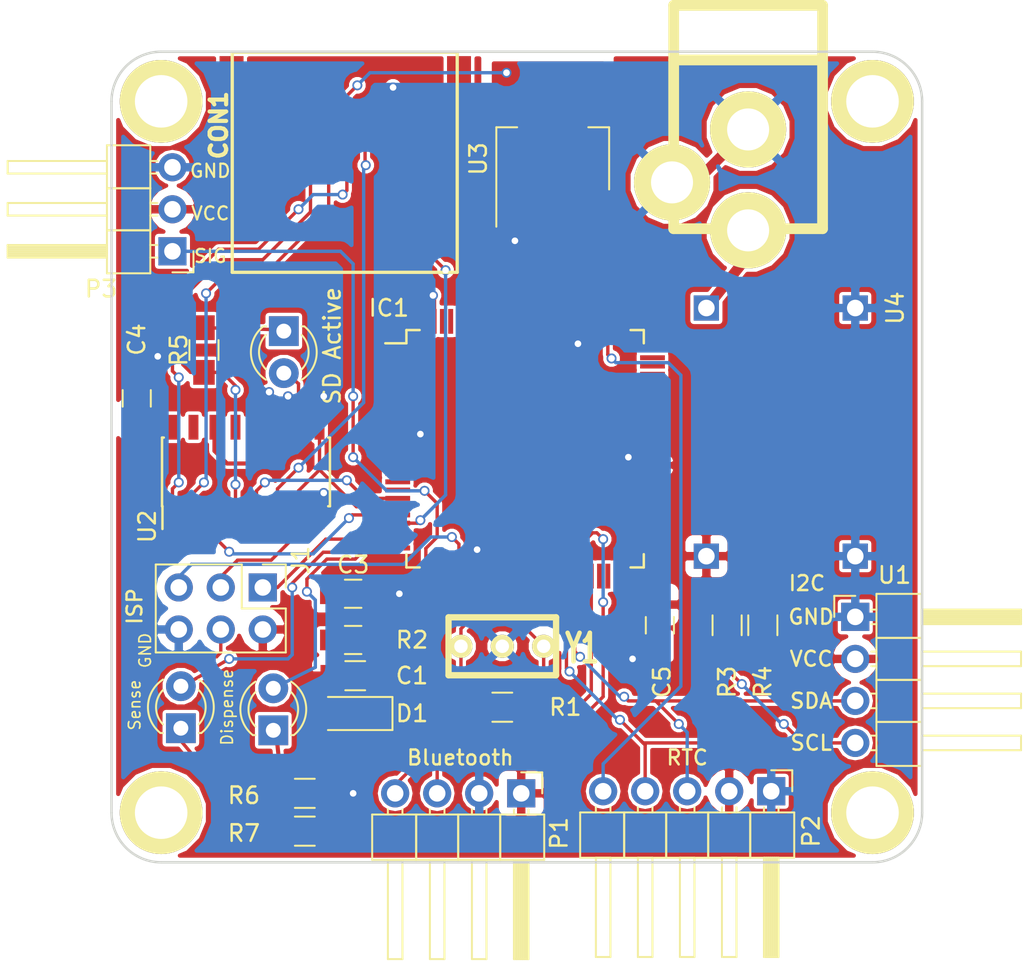
<source format=kicad_pcb>
(kicad_pcb (version 4) (host pcbnew 4.0.5)
  (layers (0 F.Cu signal) (31 B.Cu signal) (36 B.SilkS user) (37 F.SilkS user) (38 B.Mask user) (39 F.Mask user) (44 Edge.Cuts user))
  (net 0 "")
  (net 1 "Net-(IC1-Pad1)")
  (net 2 "Net-(IC1-Pad2)")
  (net 3 "Net-(IC1-Pad3)")
  (net 4 "Net-(IC1-Pad4)")
  (net 5 "Net-(IC1-Pad5)")
  (net 6 "Net-(IC1-Pad6)")
  (net 7 "Net-(IC1-Pad7)")
  (net 8 "Net-(IC1-Pad8)")
  (net 9 "Net-(IC1-Pad9)")
  (net 10 "Net-(IC1-Pad12)")
  (net 11 "Net-(IC1-Pad13)")
  (net 12 "Net-(IC1-Pad14)")
  (net 13 "Net-(IC1-Pad15)")
  (net 14 "Net-(IC1-Pad16)")
  (net 15 "Net-(IC1-Pad17)")
  (net 16 "Net-(IC1-Pad18)")
  (net 17 "Net-(IC1-Pad23)")
  (net 18 "Net-(IC1-Pad26)")
  (net 19 "Net-(IC1-Pad27)")
  (net 20 "Net-(IC1-Pad28)")
  (net 21 "Net-(IC1-Pad29)")
  (net 22 "Net-(IC1-Pad33)")
  (net 23 "Net-(IC1-Pad34)")
  (net 24 "Net-(IC1-Pad35)")
  (net 25 "Net-(IC1-Pad36)")
  (net 26 "Net-(IC1-Pad37)")
  (net 27 "Net-(IC1-Pad38)")
  (net 28 "Net-(IC1-Pad39)")
  (net 29 "Net-(IC1-Pad40)")
  (net 30 "Net-(IC1-Pad41)")
  (net 31 "Net-(IC1-Pad42)")
  (net 32 "Net-(IC1-Pad45)")
  (net 33 "Net-(IC1-Pad46)")
  (net 34 "Net-(IC1-Pad47)")
  (net 35 "Net-(IC1-Pad48)")
  (net 36 "Net-(IC1-Pad49)")
  (net 37 "Net-(IC1-Pad50)")
  (net 38 "Net-(IC1-Pad51)")
  (net 39 "Net-(IC1-Pad52)")
  (net 40 "Net-(IC1-Pad53)")
  (net 41 "Net-(IC1-Pad54)")
  (net 42 "Net-(IC1-Pad55)")
  (net 43 "Net-(IC1-Pad56)")
  (net 44 "Net-(IC1-Pad57)")
  (net 45 "Net-(IC1-Pad58)")
  (net 46 "Net-(IC1-Pad59)")
  (net 47 "Net-(IC1-Pad60)")
  (net 48 "Net-(IC1-Pad63)")
  (net 49 "Net-(IC1-Pad64)")
  (net 50 "Net-(IC1-Pad65)")
  (net 51 "Net-(IC1-Pad66)")
  (net 52 "Net-(IC1-Pad67)")
  (net 53 "Net-(IC1-Pad68)")
  (net 54 "Net-(IC1-Pad69)")
  (net 55 "Net-(IC1-Pad70)")
  (net 56 "Net-(IC1-Pad71)")
  (net 57 "Net-(IC1-Pad72)")
  (net 58 "Net-(IC1-Pad73)")
  (net 59 "Net-(IC1-Pad74)")
  (net 60 "Net-(IC1-Pad75)")
  (net 61 "Net-(IC1-Pad76)")
  (net 62 "Net-(IC1-Pad77)")
  (net 63 "Net-(IC1-Pad78)")
  (net 64 "Net-(IC1-Pad79)")
  (net 65 "Net-(IC1-Pad82)")
  (net 66 "Net-(IC1-Pad83)")
  (net 67 "Net-(IC1-Pad84)")
  (net 68 "Net-(IC1-Pad85)")
  (net 69 "Net-(IC1-Pad86)")
  (net 70 "Net-(IC1-Pad87)")
  (net 71 "Net-(IC1-Pad88)")
  (net 72 "Net-(IC1-Pad89)")
  (net 73 "Net-(IC1-Pad90)")
  (net 74 "Net-(IC1-Pad91)")
  (net 75 "Net-(IC1-Pad92)")
  (net 76 "Net-(IC1-Pad93)")
  (net 77 "Net-(IC1-Pad94)")
  (net 78 "Net-(IC1-Pad95)")
  (net 79 "Net-(IC1-Pad96)")
  (net 80 "Net-(IC1-Pad97)")
  (net 81 GND)
  (net 82 VCC)
  (net 83 /SCL)
  (net 84 /SDA)
  (net 85 "Net-(CON1-Pad1)")
  (net 86 "Net-(CON1-Pad2)")
  (net 87 "Net-(CON1-Pad3)")
  (net 88 "Net-(CON1-Pad4)")
  (net 89 "Net-(CON1-Pad5)")
  (net 90 "Net-(CON1-Pad8)")
  (net 91 /MISO)
  (net 92 /RESET)
  (net 93 "Net-(D2-Pad1)")
  (net 94 "Net-(D2-Pad2)")
  (net 95 /CS)
  (net 96 /SCK)
  (net 97 /MOSI)
  (net 98 "Net-(U2-Pad12)")
  (net 99 "Net-(C2-Pad1)")
  (net 100 "Net-(J2-Pad1)")
  (net 101 "Net-(U2-Pad15)")
  (net 102 "Net-(D3-Pad1)")
  (net 103 "Net-(D3-Pad2)")
  (net 104 "Net-(D4-Pad1)")
  (net 105 "Net-(D4-Pad2)")
  (module Housings_SOIC:SOIC-16_3.9x9.9mm_Pitch1.27mm (layer F.Cu) (at 8.128 25.4 90)
    (fp_text reference U2 (at -3.302 -5.969 90) (layer F.SilkS))
    (fp_text value 4050 hide)
    (pad 1 smd rect (at -2.7 -4.445 90) (size 1.5 0.6) (layers F.Cu F.Mask) (net 88 "Net-(CON1-Pad4)"))
    (pad 2 smd rect (at -2.7 -3.175 90) (size 1.5 0.6) (layers F.Cu F.Mask) (net 87 "Net-(CON1-Pad3)"))
    (pad 3 smd rect (at -2.7 -1.905 90) (size 1.5 0.6) (layers F.Cu F.Mask) (net 97 /MOSI))
    (pad 4 smd rect (at -2.7 -0.635 90) (size 1.5 0.6) (layers F.Cu F.Mask) (net 86 "Net-(CON1-Pad2)"))
    (pad 5 smd rect (at -2.7 0.635 90) (size 1.5 0.6) (layers F.Cu F.Mask) (net 95 /CS))
    (pad 6 smd rect (at -2.7 1.905 90) (size 1.5 0.6) (layers F.Cu F.Mask) (net 89 "Net-(CON1-Pad5)"))
    (pad 7 smd rect (at -2.7 3.175 90) (size 1.5 0.6) (layers F.Cu F.Mask) (net 96 /SCK))
    (pad 8 smd rect (at -2.7 4.445 90) (size 1.5 0.6) (layers F.Cu F.Mask) (net 81 GND))
    (pad 9 smd rect (at 2.7 4.445 90) (size 1.5 0.6) (layers F.Cu F.Mask) (net 96 /SCK))
    (pad 10 smd rect (at 2.7 3.175 90) (size 1.5 0.6) (layers F.Cu F.Mask) (net 94 "Net-(D2-Pad2)"))
    (pad 11 smd rect (at 2.7 1.905 90) (size 1.5 0.6) (layers F.Cu F.Mask) (net 81 GND))
    (pad 12 smd rect (at 2.7 0.635 90) (size 1.5 0.6) (layers F.Cu F.Mask) (net 98 "Net-(U2-Pad12)"))
    (pad 13 smd rect (at 2.7 -0.635 90) (size 1.5 0.6) (layers F.Cu F.Mask))
    (pad 14 smd rect (at 2.7 -1.905 90) (size 1.5 0.6) (layers F.Cu F.Mask) (net 81 GND))
    (pad 15 smd rect (at 2.7 -3.175 90) (size 1.5 0.6) (layers F.Cu F.Mask) (net 101 "Net-(U2-Pad15)"))
    (pad 16 smd rect (at 2.7 -4.445 90) (size 1.5 0.6) (layers F.Cu F.Mask))
  )
  (module DougsNewMods:MICRO_SD_HINGE_AMP_FIXED (layer F.Cu) (at 14.097 13.335 180)
    (fp_text reference CON1 (at 7.62 8.89 270) (layer F.SilkS) (effects (font (thickness 0.25))))
    (fp_text value Micro_SD_Card hide)
    (pad 1 smd rect (at 3.16992 9.46912 180) (size 0.8 1.5) (layers F.Cu F.Mask) (net 85 "Net-(CON1-Pad1)"))
    (pad 2 smd rect (at 2.0701 9.46912 180) (size 0.8 1.5) (layers F.Cu F.Mask) (net 86 "Net-(CON1-Pad2)"))
    (pad 3 smd rect (at 0.97028 9.46912 180) (size 0.8 1.5) (layers F.Cu F.Mask) (net 87 "Net-(CON1-Pad3)"))
    (pad 4 smd rect (at -0.12954 9.46912 180) (size 0.8 1.5) (layers F.Cu F.Mask) (net 88 "Net-(CON1-Pad4)"))
    (pad 5 smd rect (at -1.22936 9.46912 180) (size 0.8 1.5) (layers F.Cu F.Mask) (net 89 "Net-(CON1-Pad5)"))
    (pad 6 smd rect (at -2.32918 9.46912 180) (size 0.8 1.5) (layers F.Cu F.Mask) (net 81 GND))
    (pad 7 smd rect (at -3.429 9.46912 180) (size 0.8 1.5) (layers F.Cu F.Mask) (net 91 /MISO))
    (pad 8 smd rect (at -4.52882 9.46912 180) (size 0.8 1.5) (layers F.Cu F.Mask) (net 90 "Net-(CON1-Pad8)"))
    (pad SHLD smd rect (at 6.84178 12.06912 180) (size 1.45 2) (layers F.Cu F.Mask))
    (pad SHLD smd rect (at -6.90822 12.06912 180) (size 1.45 2) (layers F.Cu F.Mask))
    (pad SHLD smd rect (at 6.84178 3.76912 180) (size 1.45 2) (layers F.Cu F.Mask))
    (pad SHLD smd rect (at -6.90822 3.76912 180) (size 1.45 2) (layers F.Cu F.Mask))
  )
  (module LandBoards_SMD_Packages:TQFP-100_14x14mm_Pitch0.5mm (layer F.Cu) (at 25 24)
    (fp_text reference IC1 (at -8.236 -8.506) (layer F.SilkS))
    (fp_text value ATMEGA2560-A hide)
    (pad 1 smd rect (at -7.7 -6) (size 1.5 0.3) (layers F.Cu F.Mask) (net 1 "Net-(IC1-Pad1)"))
    (pad 2 smd rect (at -7.7 -5.5) (size 1.5 0.3) (layers F.Cu F.Mask) (net 2 "Net-(IC1-Pad2)"))
    (pad 3 smd rect (at -7.7 -5) (size 1.5 0.3) (layers F.Cu F.Mask) (net 3 "Net-(IC1-Pad3)"))
    (pad 4 smd rect (at -7.7 -4.5) (size 1.5 0.3) (layers F.Cu F.Mask) (net 4 "Net-(IC1-Pad4)"))
    (pad 5 smd rect (at -7.7 -4) (size 1.5 0.3) (layers F.Cu F.Mask) (net 5 "Net-(IC1-Pad5)"))
    (pad 6 smd rect (at -7.7 -3.5) (size 1.5 0.3) (layers F.Cu F.Mask) (net 6 "Net-(IC1-Pad6)"))
    (pad 7 smd rect (at -7.7 -3) (size 1.5 0.3) (layers F.Cu F.Mask) (net 7 "Net-(IC1-Pad7)"))
    (pad 8 smd rect (at -7.7 -2.5) (size 1.5 0.3) (layers F.Cu F.Mask) (net 8 "Net-(IC1-Pad8)"))
    (pad 9 smd rect (at -7.7 -2) (size 1.5 0.3) (layers F.Cu F.Mask) (net 9 "Net-(IC1-Pad9)"))
    (pad 10 smd rect (at -7.7 -1.5) (size 1.5 0.3) (layers F.Cu F.Mask) (net 82 VCC))
    (pad 11 smd rect (at -7.7 -1) (size 1.5 0.3) (layers F.Cu F.Mask) (net 81 GND))
    (pad 12 smd rect (at -7.7 -0.5) (size 1.5 0.3) (layers F.Cu F.Mask) (net 10 "Net-(IC1-Pad12)"))
    (pad 13 smd rect (at -7.7 0) (size 1.5 0.3) (layers F.Cu F.Mask) (net 11 "Net-(IC1-Pad13)"))
    (pad 14 smd rect (at -7.7 0.5) (size 1.5 0.3) (layers F.Cu F.Mask) (net 12 "Net-(IC1-Pad14)"))
    (pad 15 smd rect (at -7.7 1) (size 1.5 0.3) (layers F.Cu F.Mask) (net 13 "Net-(IC1-Pad15)"))
    (pad 16 smd rect (at -7.7 1.5) (size 1.5 0.3) (layers F.Cu F.Mask) (net 14 "Net-(IC1-Pad16)"))
    (pad 17 smd rect (at -7.7 2) (size 1.5 0.3) (layers F.Cu F.Mask) (net 15 "Net-(IC1-Pad17)"))
    (pad 18 smd rect (at -7.7 2.5) (size 1.5 0.3) (layers F.Cu F.Mask) (net 16 "Net-(IC1-Pad18)"))
    (pad 19 smd rect (at -7.7 3) (size 1.5 0.3) (layers F.Cu F.Mask) (net 95 /CS))
    (pad 20 smd rect (at -7.7 3.5) (size 1.5 0.3) (layers F.Cu F.Mask) (net 96 /SCK))
    (pad 21 smd rect (at -7.7 4) (size 1.5 0.3) (layers F.Cu F.Mask) (net 97 /MOSI))
    (pad 22 smd rect (at -7.7 4.5) (size 1.5 0.3) (layers F.Cu F.Mask) (net 91 /MISO))
    (pad 23 smd rect (at -7.7 5) (size 1.5 0.3) (layers F.Cu F.Mask) (net 17 "Net-(IC1-Pad23)"))
    (pad 24 smd rect (at -7.7 5.5) (size 1.5 0.3) (layers F.Cu F.Mask) (net 103 "Net-(D3-Pad2)"))
    (pad 25 smd rect (at -7.7 6) (size 1.5 0.3) (layers F.Cu F.Mask) (net 105 "Net-(D4-Pad2)"))
    (pad 26 smd rect (at -6 7.7 90) (size 1.5 0.3) (layers F.Cu F.Mask) (net 18 "Net-(IC1-Pad26)"))
    (pad 27 smd rect (at -5.5 7.7 90) (size 1.5 0.3) (layers F.Cu F.Mask) (net 19 "Net-(IC1-Pad27)"))
    (pad 28 smd rect (at -5 7.7 90) (size 1.5 0.3) (layers F.Cu F.Mask) (net 20 "Net-(IC1-Pad28)"))
    (pad 29 smd rect (at -4.5 7.7 90) (size 1.5 0.3) (layers F.Cu F.Mask) (net 21 "Net-(IC1-Pad29)"))
    (pad 30 smd rect (at -4 7.7 90) (size 1.5 0.3) (layers F.Cu F.Mask) (net 92 /RESET))
    (pad 31 smd rect (at -3.5 7.7 90) (size 1.5 0.3) (layers F.Cu F.Mask) (net 82 VCC))
    (pad 32 smd rect (at -3 7.7 90) (size 1.5 0.3) (layers F.Cu F.Mask) (net 81 GND))
    (pad 33 smd rect (at -2.5 7.7 90) (size 1.5 0.3) (layers F.Cu F.Mask) (net 22 "Net-(IC1-Pad33)"))
    (pad 34 smd rect (at -2 7.7 90) (size 1.5 0.3) (layers F.Cu F.Mask) (net 23 "Net-(IC1-Pad34)"))
    (pad 35 smd rect (at -1.5 7.7 90) (size 1.5 0.3) (layers F.Cu F.Mask) (net 24 "Net-(IC1-Pad35)"))
    (pad 36 smd rect (at -1 7.7 90) (size 1.5 0.3) (layers F.Cu F.Mask) (net 25 "Net-(IC1-Pad36)"))
    (pad 37 smd rect (at -0.5 7.7 90) (size 1.5 0.3) (layers F.Cu F.Mask) (net 26 "Net-(IC1-Pad37)"))
    (pad 38 smd rect (at 0 7.7 90) (size 1.5 0.3) (layers F.Cu F.Mask) (net 27 "Net-(IC1-Pad38)"))
    (pad 39 smd rect (at 0.5 7.7 90) (size 1.5 0.3) (layers F.Cu F.Mask) (net 28 "Net-(IC1-Pad39)"))
    (pad 40 smd rect (at 1 7.7 90) (size 1.5 0.3) (layers F.Cu F.Mask) (net 29 "Net-(IC1-Pad40)"))
    (pad 41 smd rect (at 1.5 7.7 90) (size 1.5 0.3) (layers F.Cu F.Mask) (net 30 "Net-(IC1-Pad41)"))
    (pad 42 smd rect (at 2 7.7 90) (size 1.5 0.3) (layers F.Cu F.Mask) (net 31 "Net-(IC1-Pad42)"))
    (pad 43 smd rect (at 2.5 7.7 90) (size 1.5 0.3) (layers F.Cu F.Mask) (net 83 /SCL))
    (pad 44 smd rect (at 3 7.7 90) (size 1.5 0.3) (layers F.Cu F.Mask) (net 84 /SDA))
    (pad 45 smd rect (at 3.5 7.7 90) (size 1.5 0.3) (layers F.Cu F.Mask) (net 32 "Net-(IC1-Pad45)"))
    (pad 46 smd rect (at 4 7.7 90) (size 1.5 0.3) (layers F.Cu F.Mask) (net 33 "Net-(IC1-Pad46)"))
    (pad 47 smd rect (at 4.5 7.7 90) (size 1.5 0.3) (layers F.Cu F.Mask) (net 34 "Net-(IC1-Pad47)"))
    (pad 48 smd rect (at 5 7.7 90) (size 1.5 0.3) (layers F.Cu F.Mask) (net 35 "Net-(IC1-Pad48)"))
    (pad 49 smd rect (at 5.5 7.7 90) (size 1.5 0.3) (layers F.Cu F.Mask) (net 36 "Net-(IC1-Pad49)"))
    (pad 50 smd rect (at 6 7.7 90) (size 1.5 0.3) (layers F.Cu F.Mask) (net 37 "Net-(IC1-Pad50)"))
    (pad 51 smd rect (at 7.7 6) (size 1.5 0.3) (layers F.Cu F.Mask) (net 38 "Net-(IC1-Pad51)"))
    (pad 52 smd rect (at 7.7 5.5) (size 1.5 0.3) (layers F.Cu F.Mask) (net 39 "Net-(IC1-Pad52)"))
    (pad 53 smd rect (at 7.7 5) (size 1.5 0.3) (layers F.Cu F.Mask) (net 40 "Net-(IC1-Pad53)"))
    (pad 54 smd rect (at 7.7 4.5) (size 1.5 0.3) (layers F.Cu F.Mask) (net 41 "Net-(IC1-Pad54)"))
    (pad 55 smd rect (at 7.7 4) (size 1.5 0.3) (layers F.Cu F.Mask) (net 42 "Net-(IC1-Pad55)"))
    (pad 56 smd rect (at 7.7 3.5) (size 1.5 0.3) (layers F.Cu F.Mask) (net 43 "Net-(IC1-Pad56)"))
    (pad 57 smd rect (at 7.7 3) (size 1.5 0.3) (layers F.Cu F.Mask) (net 44 "Net-(IC1-Pad57)"))
    (pad 58 smd rect (at 7.7 2.5) (size 1.5 0.3) (layers F.Cu F.Mask) (net 45 "Net-(IC1-Pad58)"))
    (pad 59 smd rect (at 7.7 2) (size 1.5 0.3) (layers F.Cu F.Mask) (net 46 "Net-(IC1-Pad59)"))
    (pad 60 smd rect (at 7.7 1.5) (size 1.5 0.3) (layers F.Cu F.Mask) (net 47 "Net-(IC1-Pad60)"))
    (pad 61 smd rect (at 7.7 1) (size 1.5 0.3) (layers F.Cu F.Mask) (net 82 VCC))
    (pad 62 smd rect (at 7.7 0.5) (size 1.5 0.3) (layers F.Cu F.Mask) (net 81 GND))
    (pad 63 smd rect (at 7.7 0) (size 1.5 0.3) (layers F.Cu F.Mask) (net 48 "Net-(IC1-Pad63)"))
    (pad 64 smd rect (at 7.7 -0.5) (size 1.5 0.3) (layers F.Cu F.Mask) (net 49 "Net-(IC1-Pad64)"))
    (pad 65 smd rect (at 7.7 -1) (size 1.5 0.3) (layers F.Cu F.Mask) (net 50 "Net-(IC1-Pad65)"))
    (pad 66 smd rect (at 7.7 -1.5) (size 1.5 0.3) (layers F.Cu F.Mask) (net 51 "Net-(IC1-Pad66)"))
    (pad 67 smd rect (at 7.7 -2) (size 1.5 0.3) (layers F.Cu F.Mask) (net 52 "Net-(IC1-Pad67)"))
    (pad 68 smd rect (at 7.7 -2.5) (size 1.5 0.3) (layers F.Cu F.Mask) (net 53 "Net-(IC1-Pad68)"))
    (pad 69 smd rect (at 7.7 -3) (size 1.5 0.3) (layers F.Cu F.Mask) (net 54 "Net-(IC1-Pad69)"))
    (pad 70 smd rect (at 7.7 -3.5) (size 1.5 0.3) (layers F.Cu F.Mask) (net 55 "Net-(IC1-Pad70)"))
    (pad 71 smd rect (at 7.7 -4) (size 1.5 0.3) (layers F.Cu F.Mask) (net 56 "Net-(IC1-Pad71)"))
    (pad 72 smd rect (at 7.7 -4.5) (size 1.5 0.3) (layers F.Cu F.Mask) (net 57 "Net-(IC1-Pad72)"))
    (pad 73 smd rect (at 7.7 -5) (size 1.5 0.3) (layers F.Cu F.Mask) (net 58 "Net-(IC1-Pad73)"))
    (pad 74 smd rect (at 7.7 -5.5) (size 1.5 0.3) (layers F.Cu F.Mask) (net 59 "Net-(IC1-Pad74)"))
    (pad 75 smd rect (at 7.7 -6) (size 1.5 0.3) (layers F.Cu F.Mask) (net 60 "Net-(IC1-Pad75)"))
    (pad 76 smd rect (at 6 -7.7 90) (size 1.5 0.3) (layers F.Cu F.Mask) (net 61 "Net-(IC1-Pad76)"))
    (pad 77 smd rect (at 5.5 -7.7 90) (size 1.5 0.3) (layers F.Cu F.Mask) (net 62 "Net-(IC1-Pad77)"))
    (pad 78 smd rect (at 5 -7.7 90) (size 1.5 0.3) (layers F.Cu F.Mask) (net 63 "Net-(IC1-Pad78)"))
    (pad 79 smd rect (at 4.5 -7.7 90) (size 1.5 0.3) (layers F.Cu F.Mask) (net 64 "Net-(IC1-Pad79)"))
    (pad 80 smd rect (at 4 -7.7 90) (size 1.5 0.3) (layers F.Cu F.Mask) (net 82 VCC))
    (pad 81 smd rect (at 3.5 -7.7 90) (size 1.5 0.3) (layers F.Cu F.Mask) (net 81 GND))
    (pad 82 smd rect (at 3 -7.7 90) (size 1.5 0.3) (layers F.Cu F.Mask) (net 65 "Net-(IC1-Pad82)"))
    (pad 83 smd rect (at 2.5 -7.7 90) (size 1.5 0.3) (layers F.Cu F.Mask) (net 66 "Net-(IC1-Pad83)"))
    (pad 84 smd rect (at 2 -7.7 90) (size 1.5 0.3) (layers F.Cu F.Mask) (net 67 "Net-(IC1-Pad84)"))
    (pad 85 smd rect (at 1.5 -7.7 90) (size 1.5 0.3) (layers F.Cu F.Mask) (net 68 "Net-(IC1-Pad85)"))
    (pad 86 smd rect (at 1 -7.7 90) (size 1.5 0.3) (layers F.Cu F.Mask) (net 69 "Net-(IC1-Pad86)"))
    (pad 87 smd rect (at 0.5 -7.7 90) (size 1.5 0.3) (layers F.Cu F.Mask) (net 70 "Net-(IC1-Pad87)"))
    (pad 88 smd rect (at 0 -7.7 90) (size 1.5 0.3) (layers F.Cu F.Mask) (net 71 "Net-(IC1-Pad88)"))
    (pad 89 smd rect (at -0.5 -7.7 90) (size 1.5 0.3) (layers F.Cu F.Mask) (net 72 "Net-(IC1-Pad89)"))
    (pad 90 smd rect (at -1 -7.7 90) (size 1.5 0.3) (layers F.Cu F.Mask) (net 73 "Net-(IC1-Pad90)"))
    (pad 91 smd rect (at -1.5 -7.7 90) (size 1.5 0.3) (layers F.Cu F.Mask) (net 74 "Net-(IC1-Pad91)"))
    (pad 92 smd rect (at -2 -7.7 90) (size 1.5 0.3) (layers F.Cu F.Mask) (net 75 "Net-(IC1-Pad92)"))
    (pad 93 smd rect (at -2.5 -7.7 90) (size 1.5 0.3) (layers F.Cu F.Mask) (net 76 "Net-(IC1-Pad93)"))
    (pad 94 smd rect (at -3 -7.7 90) (size 1.5 0.3) (layers F.Cu F.Mask) (net 77 "Net-(IC1-Pad94)"))
    (pad 95 smd rect (at -3.5 -7.7 90) (size 1.5 0.3) (layers F.Cu F.Mask) (net 78 "Net-(IC1-Pad95)"))
    (pad 96 smd rect (at -4 -7.7 90) (size 1.5 0.3) (layers F.Cu F.Mask) (net 79 "Net-(IC1-Pad96)"))
    (pad 97 smd rect (at -4.5 -7.7 90) (size 1.5 0.3) (layers F.Cu F.Mask) (net 80 "Net-(IC1-Pad97)"))
    (pad 98 smd rect (at -5 -7.7 90) (size 1.5 0.3) (layers F.Cu F.Mask) (net 99 "Net-(C2-Pad1)"))
    (pad 99 smd rect (at -5.5 -7.7 90) (size 1.5 0.3) (layers F.Cu F.Mask) (net 81 GND))
    (pad 100 smd rect (at -6 -7.7 90) (size 1.5 0.3) (layers F.Cu F.Mask) (net 82 VCC))
  )
  (module Resistors_SMD:R_0805_HandSoldering (layer F.Cu) (at 23.622 39.624 180)
    (fp_text reference R1 (at -3.81 0 180) (layer F.SilkS))
    (fp_text value 1M hide)
    (pad 1 smd rect (at -1.35 0 180) (size 1.5 1.3) (layers F.Cu F.Mask) (net 23 "Net-(IC1-Pad34)"))
    (pad 2 smd rect (at 1.35 0 180) (size 1.5 1.3) (layers F.Cu F.Mask) (net 22 "Net-(IC1-Pad33)"))
  )
  (module DougsNewMods:RESON_3PIN (layer F.Cu) (at 23.622 35.941 90)
    (fp_text reference Y1 (at -0.127 4.826 180) (layer F.SilkS) (effects (font (size 1.72974 1.08712) (thickness 0.27178))))
    (fp_text value RESONATOR hide)
    (pad 3 thru_hole circle (at 0 -2.49936 180) (size 1.397 1.397) (drill 0.8128) (layers *.Cu *.Mask F.SilkS) (net 22 "Net-(IC1-Pad33)"))
    (pad 1 thru_hole circle (at 0 2.49936 180) (size 1.397 1.397) (drill 0.8128) (layers *.Cu *.Mask F.SilkS) (net 23 "Net-(IC1-Pad34)"))
    (pad 2 thru_hole circle (at 0 0 180) (size 1.397 1.397) (drill 0.8128) (layers *.Cu *.Mask F.SilkS) (net 81 GND))
  )
  (module LandBoards_MountHoles:MTG-4-40-SMALL (layer F.Cu) (at 46 46)
    (fp_text reference MTG1 hide)
    (fp_text value MTG_HOLE hide)
    (pad 1 thru_hole circle (at 0 0) (size 5 5) (drill 3.175) (layers *.Cu *.Mask F.SilkS))
  )
  (module LandBoards_MountHoles:MTG-4-40-SMALL (layer F.Cu) (at 3 46)
    (fp_text reference MTG2 hide)
    (fp_text value MTG_HOLE hide)
    (pad 1 thru_hole circle (at 0 0) (size 5 5) (drill 3.175) (layers *.Cu *.Mask F.SilkS))
  )
  (module LandBoards_MountHoles:MTG-4-40-SMALL (layer F.Cu) (at 3 3)
    (fp_text reference MTG3 hide)
    (fp_text value MTG_HOLE hide)
    (pad 1 thru_hole circle (at 0 0) (size 5 5) (drill 3.175) (layers *.Cu *.Mask F.SilkS))
  )
  (module LandBoards_MountHoles:MTG-4-40-SMALL (layer F.Cu) (at 46 3)
    (fp_text reference MTG?1 hide)
    (fp_text value MTG_HOLE hide)
    (pad 1 thru_hole circle (at 0 0) (size 5 5) (drill 3.175) (layers *.Cu *.Mask F.SilkS))
  )
  (module Capacitors_SMD:C_0805_HandSoldering (layer F.Cu) (at 14.605 35.56 180)
    (fp_text reference C1 (at -3.556 -2.159 180) (layer F.SilkS))
    (fp_text value C hide)
    (pad 1 smd rect (at -1.25 0 180) (size 1.5 1.25) (layers F.Cu F.Mask) (net 92 /RESET))
    (pad 2 smd rect (at 1.25 0 180) (size 1.5 1.25) (layers F.Cu F.Mask) (net 81 GND))
  )
  (module Diodes_SMD:D_SOD-123 (layer F.Cu) (at 14.732 40.005 180)
    (fp_text reference D1 (at -3.429 0 180) (layer F.SilkS))
    (fp_text value DIODE hide)
    (pad 1 smd rect (at -1.65 0 180) (size 0.9 1.2) (layers F.Cu F.Mask) (net 92 /RESET))
    (pad 2 smd rect (at 1.65 0 180) (size 0.9 1.2) (layers F.Cu F.Mask) (net 82 VCC))
  )
  (module Resistors_SMD:R_0805_HandSoldering (layer F.Cu) (at 14.732 37.719)
    (fp_text reference R2 (at 3.429 -2.159) (layer F.SilkS))
    (fp_text value 10K hide)
    (pad 1 smd rect (at -1.35 0) (size 1.5 1.3) (layers F.Cu F.Mask) (net 82 VCC))
    (pad 2 smd rect (at 1.35 0) (size 1.5 1.3) (layers F.Cu F.Mask) (net 92 /RESET))
  )
  (module Resistors_SMD:R_0805_HandSoldering (layer F.Cu) (at 37.211 34.671 270)
    (fp_text reference R3 (at 3.429 0 270) (layer F.SilkS))
    (fp_text value 10K hide)
    (pad 1 smd rect (at -1.35 0 270) (size 1.5 1.3) (layers F.Cu F.Mask) (net 82 VCC))
    (pad 2 smd rect (at 1.35 0 270) (size 1.5 1.3) (layers F.Cu F.Mask) (net 83 /SCL))
  )
  (module Resistors_SMD:R_0805_HandSoldering (layer F.Cu) (at 39.37 34.671 270)
    (fp_text reference R4 (at 3.429 0 270) (layer F.SilkS))
    (fp_text value 10K hide)
    (pad 1 smd rect (at -1.35 0 270) (size 1.5 1.3) (layers F.Cu F.Mask) (net 82 VCC))
    (pad 2 smd rect (at 1.35 0 270) (size 1.5 1.3) (layers F.Cu F.Mask) (net 84 /SDA))
  )
  (module Pin_Headers:Pin_Header_Angled_1x04_Pitch2.54mm (layer F.Cu) (at 44.958 34.163)
    (fp_text reference U1 (at 2.371 -2.52) (layer F.SilkS))
    (fp_text value I2C-4PIN hide)
    (pad 1 thru_hole rect (at 0 0) (size 1.7 1.7) (drill 1) (layers *.Cu *.Mask) (net 81 GND))
    (pad 2 thru_hole oval (at 0 2.54) (size 1.7 1.7) (drill 1) (layers *.Cu *.Mask) (net 82 VCC))
    (pad 3 thru_hole oval (at 0 5.08) (size 1.7 1.7) (drill 1) (layers *.Cu *.Mask) (net 84 /SDA))
    (pad 4 thru_hole oval (at 0 7.62) (size 1.7 1.7) (drill 1) (layers *.Cu *.Mask) (net 83 /SCL))
  )
  (module LEDs:LED_D3.0mm (layer F.Cu) (at 10.414 16.891 270)
    (fp_text reference D2 hide)
    (fp_text value LED-fixed hide)
    (pad 1 thru_hole rect (at 0 0 270) (size 1.8 1.8) (drill 0.9) (layers *.Cu *.Mask) (net 93 "Net-(D2-Pad1)"))
    (pad 2 thru_hole circle (at 2.54 0 270) (size 1.8 1.8) (drill 0.9) (layers *.Cu *.Mask) (net 94 "Net-(D2-Pad2)"))
  )
  (module Resistors_SMD:R_0805_HandSoldering (layer F.Cu) (at 5.588 18.034 270)
    (fp_text reference R5 (at 0 1.524 270) (layer F.SilkS))
    (fp_text value 1K hide)
    (pad 1 smd rect (at -1.35 0 270) (size 1.5 1.3) (layers F.Cu F.Mask) (net 93 "Net-(D2-Pad1)"))
    (pad 2 smd rect (at 1.35 0 270) (size 1.5 1.3) (layers F.Cu F.Mask) (net 86 "Net-(CON1-Pad2)"))
  )
  (module TO_SOT_Packages_SMD:SOT-223 (layer F.Cu) (at 26.67 6.477 90)
    (fp_text reference U3 (at 0 -4.5 90) (layer F.SilkS))
    (fp_text value AP1117 hide)
    (pad 4 smd rect (at 3.15 0 90) (size 2 3.8) (layers F.Cu F.Mask) (net 88 "Net-(CON1-Pad4)"))
    (pad 2 smd rect (at -3.15 0 90) (size 2 1.5) (layers F.Cu F.Mask) (net 88 "Net-(CON1-Pad4)"))
    (pad 3 smd rect (at -3.15 2.3 90) (size 2 1.5) (layers F.Cu F.Mask) (net 82 VCC))
    (pad 1 smd rect (at -3.15 -2.3 90) (size 2 1.5) (layers F.Cu F.Mask) (net 81 GND))
  )
  (module Pin_Headers:Pin_Header_Straight_2x03_Pitch2.54mm (layer F.Cu) (at 9.144 32.385 270)
    (fp_text reference J1 (at -1.651 -2.286 270) (layer F.SilkS))
    (fp_text value ISP hide)
    (pad 1 thru_hole rect (at 0 0 270) (size 1.7 1.7) (drill 1) (layers *.Cu *.Mask) (net 91 /MISO))
    (pad 2 thru_hole oval (at 2.54 0 270) (size 1.7 1.7) (drill 1) (layers *.Cu *.Mask) (net 82 VCC))
    (pad 3 thru_hole oval (at 0 2.54 270) (size 1.7 1.7) (drill 1) (layers *.Cu *.Mask) (net 96 /SCK))
    (pad 4 thru_hole oval (at 2.54 2.54 270) (size 1.7 1.7) (drill 1) (layers *.Cu *.Mask) (net 97 /MOSI))
    (pad 5 thru_hole oval (at 0 5.08 270) (size 1.7 1.7) (drill 1) (layers *.Cu *.Mask) (net 92 /RESET))
    (pad 6 thru_hole oval (at 2.54 5.08 270) (size 1.7 1.7) (drill 1) (layers *.Cu *.Mask) (net 81 GND))
  )
  (module Capacitors_SMD:C_0805_HandSoldering (layer F.Cu) (at 14.605 32.766)
    (fp_text reference C3 (at 0 -1.75) (layer F.SilkS))
    (fp_text value 100n hide)
    (pad 1 smd rect (at -1.25 0) (size 1.5 1.25) (layers F.Cu F.Mask) (net 82 VCC))
    (pad 2 smd rect (at 1.25 0) (size 1.5 1.25) (layers F.Cu F.Mask) (net 81 GND))
  )
  (module Capacitors_SMD:C_0805_HandSoldering (layer F.Cu) (at 1.524 20.955 90)
    (fp_text reference C4 (at 3.556 0 90) (layer F.SilkS))
    (fp_text value 100n hide)
    (pad 1 smd rect (at -1.25 0 90) (size 1.5 1.25) (layers F.Cu F.Mask) (net 82 VCC))
    (pad 2 smd rect (at 1.25 0 90) (size 1.5 1.25) (layers F.Cu F.Mask) (net 81 GND))
  )
  (module Capacitors_SMD:C_0805_HandSoldering (layer F.Cu) (at 33.147 34.671 270)
    (fp_text reference C5 (at 3.429 -0.127 270) (layer F.SilkS))
    (fp_text value 100n hide)
    (pad 1 smd rect (at -1.25 0 270) (size 1.5 1.25) (layers F.Cu F.Mask) (net 82 VCC))
    (pad 2 smd rect (at 1.25 0 270) (size 1.5 1.25) (layers F.Cu F.Mask) (net 81 GND))
  )
  (module LandBoards_Conns:DCJ-NEW (layer F.Cu) (at 38.481 4.699 270)
    (fp_text reference J2 hide)
    (fp_text value DCJ0202 hide)
    (pad 2 thru_hole circle (at 0 0 270) (size 4.6 4.6) (drill 2.54) (layers *.Cu *.Mask F.SilkS) (net 81 GND))
    (pad 1 thru_hole circle (at 6.1 0 270) (size 4.6 4.6) (drill 2.54) (layers *.Cu *.Mask F.SilkS) (net 100 "Net-(J2-Pad1)"))
    (pad 3 thru_hole circle (at 3.2 4.6 270) (size 4.6 4.6) (drill 2.54) (layers *.Cu *.Mask F.SilkS) (net 81 GND))
  )
  (module Pin_Headers:Pin_Header_Angled_1x04_Pitch2.54mm (layer F.Cu) (at 24.765 44.831 270)
    (fp_text reference P1 (at 2.413 -2.286 270) (layer F.SilkS))
    (fp_text value CONN_01X04 hide)
    (pad 1 thru_hole rect (at 0 0 270) (size 1.7 1.7) (drill 1) (layers *.Cu *.Mask) (net 82 VCC))
    (pad 2 thru_hole oval (at 0 2.54 270) (size 1.7 1.7) (drill 1) (layers *.Cu *.Mask) (net 81 GND))
    (pad 3 thru_hole oval (at 0 5.08 270) (size 1.7 1.7) (drill 1) (layers *.Cu *.Mask) (net 32 "Net-(IC1-Pad45)"))
    (pad 4 thru_hole oval (at 0 7.62 270) (size 1.7 1.7) (drill 1) (layers *.Cu *.Mask) (net 33 "Net-(IC1-Pad46)"))
  )
  (module LEDs:LED_D3.0mm (layer F.Cu) (at 4.191 40.894 90)
    (fp_text reference D3 hide)
    (fp_text value LED-fixed hide)
    (pad 1 thru_hole rect (at 0 0 90) (size 1.8 1.8) (drill 0.9) (layers *.Cu *.Mask) (net 102 "Net-(D3-Pad1)"))
    (pad 2 thru_hole circle (at 2.54 0 90) (size 1.8 1.8) (drill 0.9) (layers *.Cu *.Mask) (net 103 "Net-(D3-Pad2)"))
  )
  (module LEDs:LED_D3.0mm (layer F.Cu) (at 9.779 41.021 90)
    (fp_text reference D4 hide)
    (fp_text value LED-fixed hide)
    (pad 1 thru_hole rect (at 0 0 90) (size 1.8 1.8) (drill 0.9) (layers *.Cu *.Mask) (net 104 "Net-(D4-Pad1)"))
    (pad 2 thru_hole circle (at 2.54 0 90) (size 1.8 1.8) (drill 0.9) (layers *.Cu *.Mask) (net 105 "Net-(D4-Pad2)"))
  )
  (module Resistors_SMD:R_0805_HandSoldering (layer F.Cu) (at 11.684 44.831)
    (fp_text reference R6 (at -3.683 0.127) (layer F.SilkS))
    (fp_text value 330 hide)
    (pad 1 smd rect (at -1.35 0) (size 1.5 1.3) (layers F.Cu F.Mask) (net 104 "Net-(D4-Pad1)"))
    (pad 2 smd rect (at 1.35 0) (size 1.5 1.3) (layers F.Cu F.Mask) (net 81 GND))
  )
  (module Resistors_SMD:R_0805_HandSoldering (layer F.Cu) (at 11.684 47.117)
    (fp_text reference R7 (at -3.683 0.127) (layer F.SilkS))
    (fp_text value 330 hide)
    (pad 1 smd rect (at -1.35 0) (size 1.5 1.3) (layers F.Cu F.Mask) (net 102 "Net-(D3-Pad1)"))
    (pad 2 smd rect (at 1.35 0) (size 1.5 1.3) (layers F.Cu F.Mask) (net 81 GND))
  )
  (module Pin_Headers:Pin_Header_Angled_1x05_Pitch2.54mm (layer F.Cu) (at 39.878 44.704 270)
    (fp_text reference P2 (at 2.413 -2.413 270) (layer F.SilkS))
    (fp_text value CONN_01X05 hide)
    (pad 1 thru_hole rect (at 0 0 270) (size 1.7 1.7) (drill 1) (layers *.Cu *.Mask) (net 81 GND))
    (pad 2 thru_hole oval (at 0 2.54 270) (size 1.7 1.7) (drill 1) (layers *.Cu *.Mask) (net 82 VCC))
    (pad 3 thru_hole oval (at 0 5.08 270) (size 1.7 1.7) (drill 1) (layers *.Cu *.Mask) (net 84 /SDA))
    (pad 4 thru_hole oval (at 0 7.62 270) (size 1.7 1.7) (drill 1) (layers *.Cu *.Mask) (net 83 /SCL))
    (pad 5 thru_hole oval (at 0 10.16 270) (size 1.7 1.7) (drill 1) (layers *.Cu *.Mask) (net 63 "Net-(IC1-Pad78)"))
  )
  (module DougsNewMods:BuckConverter (layer F.Cu) (at 44.958 15.494 270)
    (fp_text reference U4 (at 0 -2.413 270) (layer F.SilkS))
    (fp_text value BuckConverter hide)
    (pad 1 thru_hole rect (at 0 0 270) (size 1.524 1.524) (drill 1) (layers *.Cu *.Mask) (net 81 GND))
    (pad 2 thru_hole rect (at 0 9 270) (size 1.524 1.524) (drill 1) (layers *.Cu *.Mask) (net 100 "Net-(J2-Pad1)"))
    (pad 3 thru_hole rect (at 15 0 270) (size 1.524 1.524) (drill 1) (layers *.Cu *.Mask) (net 81 GND))
    (pad 4 thru_hole rect (at 15 9 270) (size 1.524 1.524) (drill 1) (layers *.Cu *.Mask) (net 82 VCC))
  )
  (module Pin_Headers:Pin_Header_Angled_1x03_Pitch2.54mm (layer F.Cu) (at 3.683 12.065 180)
    (fp_text reference P3 (at 4.315 -2.27 180) (layer F.SilkS))
    (fp_text value CONN_01X03 hide)
    (pad 1 thru_hole rect (at 0 0 180) (size 1.7 1.7) (drill 1) (layers *.Cu *.Mask) (net 18 "Net-(IC1-Pad26)"))
    (pad 2 thru_hole oval (at 0 2.54 180) (size 1.7 1.7) (drill 1) (layers *.Cu *.Mask) (net 82 VCC))
    (pad 3 thru_hole oval (at 0 5.08 180) (size 1.7 1.7) (drill 1) (layers *.Cu *.Mask) (net 81 GND))
  )
  (gr_text Dispense (at 6.985 39.624 90) (layer F.SilkS) (effects (font (size 0.7 0.7) (thickness 0.1))))
  (gr_text Sense (at 1.397 39.497 90) (layer F.SilkS) (effects (font (size 0.7 0.7) (thickness 0.1))))
  (gr_text ISP (at 1.397 33.528 90) (layer F.SilkS) (effects (font (size 0.9 0.9))))
  (gr_text SCL (at 42.291 41.783) (layer F.SilkS) (effects (font (size 0.9 0.9))))
  (gr_text SDA (at 42.291 39.243) (layer F.SilkS) (effects (font (size 0.9 0.9))))
  (gr_text VCC (at 42.291 36.703) (layer F.SilkS) (effects (font (size 0.9 0.9))))
  (gr_text GND (at 42.291 34.163) (layer F.SilkS) (effects (font (size 0.9 0.9))))
  (gr_text GND (at 2.032 36.195 90) (layer F.SilkS) (effects (font (size 0.7 0.7) (thickness 0.1))))
  (gr_text "GND\n\nVCC\n\nSIG" (at 5.969 9.779) (layer F.SilkS) (effects (font (size 0.8 0.8) (thickness 0.13))))
  (gr_text I2C (at 42.037 32.131) (layer F.SilkS) (effects (font (size 0.9 0.9))))
  (gr_text RTC (at 34.798 42.672) (layer F.SilkS) (effects (font (size 0.9 0.9))))
  (gr_text Bluetooth (at 21.082 42.672) (layer F.SilkS) (effects (font (size 0.9 0.9))))
  (gr_text "SD Active" (at 13.335 17.78 90) (layer F.SilkS) (effects (font (size 1 1))))
  (gr_line (start 0 46) (end 0 3) (angle 90) (layer Edge.Cuts) (width 0.15))
  (gr_line (start 46 49) (end 3 49) (angle 90) (layer Edge.Cuts) (width 0.15))
  (gr_line (start 49 3) (end 49 46) (angle 90) (layer Edge.Cuts) (width 0.15))
  (gr_line (start 3 0) (end 46 0) (angle 90) (layer Edge.Cuts) (width 0.15))
  (gr_arc (start 46 46) (end 49 46) (angle 90) (layer Edge.Cuts) (width 0.15))
  (gr_arc (start 3 46) (end 3 49) (angle 90) (layer Edge.Cuts) (width 0.15))
  (gr_arc (start 3 3) (end 0 3) (angle 90) (layer Edge.Cuts) (width 0.15))
  (gr_arc (start 46 3) (end 46 0) (angle 90) (layer Edge.Cuts) (width 0.15))
  (segment (start 3.683 12.065) (end 13.843 12.065) (width 0.2032) (layer B.Cu) (net 18))
  (segment (start 19 30.022) (end 19 31.7) (width 0.2032) (layer F.Cu) (net 18))
  (segment (start 19.685 29.337) (end 19 30.022) (width 0.2032) (layer F.Cu) (net 18))
  (segment (start 19.685 27.305) (end 19.685 29.337) (width 0.2032) (layer F.Cu) (net 18))
  (segment (start 18.923 26.543) (end 19.685 27.305) (width 0.2032) (layer F.Cu) (net 18))
  (via (at 18.923 26.543) (size 0.6) (drill 0.4) (layers F.Cu B.Cu) (net 18))
  (segment (start 16.637 26.543) (end 18.923 26.543) (width 0.2032) (layer B.Cu) (net 18))
  (segment (start 14.605 24.511) (end 16.637 26.543) (width 0.2032) (layer B.Cu) (net 18))
  (via (at 14.605 24.511) (size 0.6) (drill 0.4) (layers F.Cu B.Cu) (net 18))
  (segment (start 14.605 20.828) (end 14.605 24.511) (width 0.2032) (layer F.Cu) (net 18))
  (via (at 14.605 20.828) (size 0.6) (drill 0.4) (layers F.Cu B.Cu) (net 18))
  (segment (start 14.605 12.827) (end 14.605 20.828) (width 0.2032) (layer B.Cu) (net 18))
  (segment (start 13.843 12.065) (end 14.605 12.827) (width 0.2032) (layer B.Cu) (net 18))
  (segment (start 22.272 39.624) (end 22.272 38.528) (width 0.2032) (layer F.Cu) (net 22))
  (segment (start 21.12264 37.37864) (end 21.12264 35.941) (width 0.2032) (layer F.Cu) (net 22))
  (segment (start 22.272 38.528) (end 21.12264 37.37864) (width 0.2032) (layer F.Cu) (net 22))
  (segment (start 21.12264 35.941) (end 21.12264 34.88436) (width 0.2032) (layer F.Cu) (net 22))
  (segment (start 22.5 33.507) (end 22.5 31.7) (width 0.2032) (layer F.Cu) (net 22))
  (segment (start 21.12264 34.88436) (end 22.5 33.507) (width 0.2032) (layer F.Cu) (net 22))
  (segment (start 24.972 39.624) (end 24.972 38.528) (width 0.2032) (layer F.Cu) (net 23))
  (segment (start 26.12136 37.37864) (end 26.12136 35.941) (width 0.2032) (layer F.Cu) (net 23))
  (segment (start 24.972 38.528) (end 26.12136 37.37864) (width 0.2032) (layer F.Cu) (net 23))
  (segment (start 23 31.7) (end 23 32.81964) (width 0.2032) (layer F.Cu) (net 23))
  (segment (start 23 32.81964) (end 26.12136 35.941) (width 0.2032) (layer F.Cu) (net 23))
  (segment (start 19.685 44.831) (end 19.685 42.926) (width 0.2032) (layer F.Cu) (net 32))
  (segment (start 28.5 29.666) (end 28.5 31.7) (width 0.2032) (layer F.Cu) (net 32))
  (segment (start 29.083 29.083) (end 28.5 29.666) (width 0.2032) (layer F.Cu) (net 32))
  (segment (start 29.337 29.083) (end 29.083 29.083) (width 0.2032) (layer F.Cu) (net 32))
  (segment (start 29.718 29.464) (end 29.337 29.083) (width 0.2032) (layer F.Cu) (net 32))
  (via (at 29.718 29.464) (size 0.6) (drill 0.4) (layers F.Cu B.Cu) (net 32))
  (segment (start 29.718 33.274) (end 29.718 29.464) (width 0.2032) (layer B.Cu) (net 32))
  (via (at 29.718 33.274) (size 0.6) (drill 0.4) (layers F.Cu B.Cu) (net 32))
  (segment (start 29.718 38.989) (end 29.718 33.274) (width 0.2032) (layer F.Cu) (net 32))
  (segment (start 26.416 42.291) (end 29.718 38.989) (width 0.2032) (layer F.Cu) (net 32))
  (segment (start 20.32 42.291) (end 26.416 42.291) (width 0.2032) (layer F.Cu) (net 32))
  (segment (start 19.685 42.926) (end 20.32 42.291) (width 0.2032) (layer F.Cu) (net 32))
  (segment (start 17.145 44.831) (end 17.145 44.323) (width 0.2032) (layer F.Cu) (net 33))
  (segment (start 17.145 44.323) (end 19.812 41.656) (width 0.2032) (layer F.Cu) (net 33))
  (segment (start 19.812 41.656) (end 26.162 41.656) (width 0.2032) (layer F.Cu) (net 33))
  (segment (start 26.162 41.656) (end 29 38.818) (width 0.2032) (layer F.Cu) (net 33))
  (segment (start 29 38.818) (end 29 31.7) (width 0.2032) (layer F.Cu) (net 33))
  (segment (start 29.718 44.704) (end 29.718 43.053) (width 0.2032) (layer B.Cu) (net 63))
  (segment (start 30 18.316) (end 30 16.3) (width 0.2032) (layer F.Cu) (net 63))
  (segment (start 30.226 18.542) (end 30 18.316) (width 0.2032) (layer F.Cu) (net 63))
  (via (at 30.226 18.542) (size 0.6) (drill 0.4) (layers F.Cu B.Cu) (net 63))
  (segment (start 30.48 18.796) (end 30.226 18.542) (width 0.2032) (layer B.Cu) (net 63))
  (segment (start 33.655 18.796) (end 30.48 18.796) (width 0.2032) (layer B.Cu) (net 63))
  (segment (start 34.417 19.558) (end 33.655 18.796) (width 0.2032) (layer B.Cu) (net 63))
  (segment (start 34.417 38.354) (end 34.417 19.558) (width 0.2032) (layer B.Cu) (net 63))
  (segment (start 29.718 43.053) (end 34.417 38.354) (width 0.2032) (layer B.Cu) (net 63))
  (segment (start 10.033 22.7) (end 10.033 21.463) (width 0.25) (layer F.Cu) (net 81))
  (segment (start 16.142 23) (end 17.3 23) (width 0.25) (layer F.Cu) (net 81))
  (segment (start 15.875 22.733) (end 16.142 23) (width 0.25) (layer F.Cu) (net 81))
  (segment (start 15.875 20.193) (end 15.875 22.733) (width 0.25) (layer F.Cu) (net 81))
  (segment (start 15.621 19.939) (end 15.875 20.193) (width 0.25) (layer F.Cu) (net 81))
  (segment (start 13.716 19.939) (end 15.621 19.939) (width 0.25) (layer F.Cu) (net 81))
  (segment (start 12.827 20.828) (end 13.716 19.939) (width 0.25) (layer F.Cu) (net 81))
  (via (at 12.827 20.828) (size 0.6) (drill 0.4) (layers F.Cu B.Cu) (net 81))
  (segment (start 10.668 20.828) (end 12.827 20.828) (width 0.25) (layer B.Cu) (net 81))
  (via (at 10.668 20.828) (size 0.6) (drill 0.4) (layers F.Cu B.Cu) (net 81))
  (segment (start 10.033 21.463) (end 10.668 20.828) (width 0.25) (layer F.Cu) (net 81))
  (segment (start 33.147 35.921) (end 32.278 35.921) (width 0.25) (layer F.Cu) (net 81))
  (via (at 31.496 36.703) (size 0.6) (drill 0.4) (layers F.Cu B.Cu) (net 81))
  (segment (start 32.278 35.921) (end 31.496 36.703) (width 0.25) (layer F.Cu) (net 81))
  (segment (start 32.7 24.5) (end 31.253 24.5) (width 0.2032) (layer F.Cu) (net 81))
  (via (at 31.242 24.511) (size 0.6) (drill 0.4) (layers F.Cu B.Cu) (net 81))
  (segment (start 31.253 24.5) (end 31.242 24.511) (width 0.2032) (layer F.Cu) (net 81))
  (segment (start 24.37 9.627) (end 24.37 11.416) (width 0.2032) (layer F.Cu) (net 81))
  (via (at 24.384 11.43) (size 0.6) (drill 0.4) (layers F.Cu B.Cu) (net 81))
  (segment (start 24.37 11.416) (end 24.384 11.43) (width 0.2032) (layer F.Cu) (net 81))
  (segment (start 6.223 22.7) (end 6.223 24.13) (width 0.25) (layer F.Cu) (net 81))
  (segment (start 10.033 24.13) (end 10.033 22.7) (width 0.25) (layer F.Cu) (net 81))
  (segment (start 9.271 24.892) (end 10.033 24.13) (width 0.25) (layer F.Cu) (net 81))
  (segment (start 6.985 24.892) (end 9.271 24.892) (width 0.25) (layer F.Cu) (net 81))
  (segment (start 6.223 24.13) (end 6.985 24.892) (width 0.25) (layer F.Cu) (net 81))
  (segment (start 1.524 19.705) (end 1.524 19.05) (width 0.2032) (layer F.Cu) (net 81))
  (segment (start 1.524 19.05) (end 2.794 18.415) (width 0.2032) (layer F.Cu) (net 81))
  (segment (start 2.794 18.415) (end 2.794 18.288) (width 0.2032) (layer B.Cu) (net 81))
  (via (at 2.794 18.415) (size 0.6) (drill 0.4) (layers F.Cu B.Cu) (net 81))
  (segment (start 12.573 28.1) (end 12.573 26.924) (width 0.2032) (layer F.Cu) (net 81))
  (via (at 12.827 26.67) (size 0.6) (drill 0.4) (layers F.Cu B.Cu) (net 81))
  (segment (start 12.573 26.924) (end 12.827 26.67) (width 0.2032) (layer F.Cu) (net 81))
  (segment (start 13.355 35.56) (end 13.355 35.139) (width 0.2032) (layer F.Cu) (net 81))
  (segment (start 13.355 35.139) (end 15.855 32.766) (width 0.2032) (layer F.Cu) (net 81))
  (segment (start 13.034 44.831) (end 14.605 44.831) (width 0.25) (layer F.Cu) (net 81))
  (via (at 14.605 44.831) (size 0.6) (drill 0.4) (layers F.Cu B.Cu) (net 81))
  (segment (start 13.034 44.831) (end 13.034 47.117) (width 0.25) (layer F.Cu) (net 81))
  (segment (start 15.855 32.766) (end 17.399 32.766) (width 0.2032) (layer F.Cu) (net 81))
  (via (at 17.399 32.766) (size 0.6) (drill 0.4) (layers F.Cu B.Cu) (net 81))
  (segment (start 10.033 22.7) (end 10.033 21.082) (width 0.2032) (layer F.Cu) (net 81))
  (segment (start 10.033 21.082) (end 9.525 20.574) (width 0.2032) (layer F.Cu) (net 81))
  (via (at 9.525 20.574) (size 0.6) (drill 0.4) (layers F.Cu B.Cu) (net 81))
  (segment (start 16.42618 3.86588) (end 16.42618 2.75082) (width 0.2032) (layer F.Cu) (net 81))
  (via (at 17.018 2.159) (size 0.6) (drill 0.4) (layers F.Cu B.Cu) (net 81))
  (segment (start 16.42618 2.75082) (end 17.018 2.159) (width 0.2032) (layer F.Cu) (net 81))
  (segment (start 28.5 16.3) (end 28.5 17.347) (width 0.2032) (layer F.Cu) (net 81))
  (via (at 28.194 17.653) (size 0.6) (drill 0.4) (layers F.Cu B.Cu) (net 81))
  (segment (start 28.5 17.347) (end 28.194 17.653) (width 0.2032) (layer F.Cu) (net 81))
  (segment (start 17.3 23) (end 18.555 23) (width 0.2032) (layer F.Cu) (net 81))
  (segment (start 18.555 23) (end 18.669 23.114) (width 0.2032) (layer F.Cu) (net 81))
  (via (at 18.669 23.114) (size 0.6) (drill 0.4) (layers F.Cu B.Cu) (net 81))
  (segment (start 22 31.7) (end 22 30.197) (width 0.2032) (layer F.Cu) (net 81))
  (via (at 22.098 30.099) (size 0.6) (drill 0.4) (layers F.Cu B.Cu) (net 81))
  (segment (start 22 30.197) (end 22.098 30.099) (width 0.2032) (layer F.Cu) (net 81))
  (segment (start 19.5 16.3) (end 19.5 14.801) (width 0.25) (layer F.Cu) (net 81))
  (via (at 19.431 14.732) (size 0.6) (drill 0.4) (layers F.Cu B.Cu) (net 81))
  (segment (start 19.5 14.801) (end 19.431 14.732) (width 0.25) (layer F.Cu) (net 81))
  (segment (start 38.481 4.699) (end 40.005 4.699) (width 0.635) (layer F.Cu) (net 81))
  (segment (start 38.481 4.699) (end 38.735 4.699) (width 0.635) (layer F.Cu) (net 81))
  (segment (start 33.881 7.899) (end 35.281 7.899) (width 0.635) (layer F.Cu) (net 81))
  (segment (start 35.281 7.899) (end 38.481 4.699) (width 0.635) (layer F.Cu) (net 81))
  (segment (start 37.211 36.021) (end 37.211 37.338) (width 0.2032) (layer F.Cu) (net 83))
  (segment (start 41.783 41.783) (end 42.545 41.783) (width 0.2032) (layer F.Cu) (net 83))
  (segment (start 40.64 40.64) (end 41.783 41.783) (width 0.2032) (layer F.Cu) (net 83))
  (via (at 40.64 40.64) (size 0.6) (drill 0.4) (layers F.Cu B.Cu) (net 83))
  (segment (start 40.513 40.64) (end 40.64 40.64) (width 0.2032) (layer B.Cu) (net 83))
  (segment (start 38.1 38.227) (end 40.513 40.64) (width 0.2032) (layer B.Cu) (net 83))
  (via (at 38.1 38.227) (size 0.6) (drill 0.4) (layers F.Cu B.Cu) (net 83))
  (segment (start 37.211 37.338) (end 38.1 38.227) (width 0.2032) (layer F.Cu) (net 83))
  (segment (start 32.258 44.704) (end 32.258 41.91) (width 0.2032) (layer F.Cu) (net 83))
  (segment (start 32.258 41.91) (end 32.004 41.656) (width 0.2032) (layer F.Cu) (net 83))
  (segment (start 27.5 31.7) (end 27.5 37.279) (width 0.2032) (layer F.Cu) (net 83))
  (segment (start 32.131 41.783) (end 42.545 41.783) (width 0.2032) (layer F.Cu) (net 83))
  (segment (start 42.545 41.783) (end 44.958 41.783) (width 0.2032) (layer F.Cu) (net 83))
  (segment (start 30.734 40.386) (end 32.004 41.656) (width 0.2032) (layer F.Cu) (net 83))
  (segment (start 32.004 41.656) (end 32.131 41.783) (width 0.2032) (layer F.Cu) (net 83))
  (via (at 30.734 40.386) (size 0.6) (drill 0.4) (layers F.Cu B.Cu) (net 83))
  (segment (start 30.607 40.386) (end 30.734 40.386) (width 0.2032) (layer B.Cu) (net 83))
  (segment (start 27.686 37.465) (end 30.607 40.386) (width 0.2032) (layer B.Cu) (net 83))
  (via (at 27.686 37.465) (size 0.6) (drill 0.4) (layers F.Cu B.Cu) (net 83))
  (segment (start 27.5 37.279) (end 27.686 37.465) (width 0.2032) (layer F.Cu) (net 83))
  (segment (start 39.37 36.021) (end 39.37 37.592) (width 0.2032) (layer F.Cu) (net 84))
  (segment (start 39.37 37.592) (end 41.021 39.243) (width 0.2032) (layer F.Cu) (net 84))
  (segment (start 34.798 44.704) (end 34.798 41.148) (width 0.2032) (layer B.Cu) (net 84))
  (segment (start 32.893 39.243) (end 32.512 39.243) (width 0.2032) (layer F.Cu) (net 84))
  (segment (start 34.29 40.64) (end 32.893 39.243) (width 0.2032) (layer F.Cu) (net 84))
  (via (at 34.29 40.64) (size 0.6) (drill 0.4) (layers F.Cu B.Cu) (net 84))
  (segment (start 34.798 41.148) (end 34.29 40.64) (width 0.2032) (layer B.Cu) (net 84))
  (segment (start 28 31.7) (end 28 36.255) (width 0.2032) (layer F.Cu) (net 84))
  (segment (start 31.242 39.243) (end 32.512 39.243) (width 0.2032) (layer F.Cu) (net 84))
  (segment (start 32.512 39.243) (end 41.021 39.243) (width 0.2032) (layer F.Cu) (net 84))
  (segment (start 41.021 39.243) (end 44.958 39.243) (width 0.2032) (layer F.Cu) (net 84))
  (segment (start 30.988 38.989) (end 31.242 39.243) (width 0.2032) (layer F.Cu) (net 84))
  (via (at 30.988 38.989) (size 0.6) (drill 0.4) (layers F.Cu B.Cu) (net 84))
  (segment (start 30.734 38.989) (end 30.988 38.989) (width 0.2032) (layer B.Cu) (net 84))
  (segment (start 28.321 36.576) (end 30.734 38.989) (width 0.2032) (layer B.Cu) (net 84))
  (via (at 28.321 36.576) (size 0.6) (drill 0.4) (layers F.Cu B.Cu) (net 84))
  (segment (start 28 36.255) (end 28.321 36.576) (width 0.2032) (layer F.Cu) (net 84))
  (segment (start 5.588 19.384) (end 4.779 19.384) (width 0.2032) (layer F.Cu) (net 86))
  (segment (start 12.0269 9.6901) (end 12.0269 3.86588) (width 0.2032) (layer F.Cu) (net 86))
  (segment (start 9.144 12.573) (end 12.0269 9.6901) (width 0.2032) (layer F.Cu) (net 86))
  (segment (start 6.604 12.573) (end 9.144 12.573) (width 0.2032) (layer F.Cu) (net 86))
  (segment (start 4.318 14.859) (end 6.604 12.573) (width 0.2032) (layer F.Cu) (net 86))
  (segment (start 4.318 18.923) (end 4.318 14.859) (width 0.2032) (layer F.Cu) (net 86))
  (segment (start 4.779 19.384) (end 4.318 18.923) (width 0.2032) (layer F.Cu) (net 86))
  (segment (start 5.588 19.384) (end 5.033 19.384) (width 0.2032) (layer F.Cu) (net 86))
  (segment (start 5.588 19.384) (end 6.684 19.384) (width 0.2032) (layer F.Cu) (net 86))
  (segment (start 7.493 26.162) (end 7.493 28.1) (width 0.2032) (layer F.Cu) (net 86))
  (via (at 7.493 26.162) (size 0.6) (drill 0.4) (layers F.Cu B.Cu) (net 86))
  (segment (start 7.493 20.447) (end 7.493 26.162) (width 0.2032) (layer B.Cu) (net 86))
  (via (at 7.493 20.447) (size 0.6) (drill 0.4) (layers F.Cu B.Cu) (net 86))
  (segment (start 7.493 20.193) (end 7.493 20.447) (width 0.2032) (layer F.Cu) (net 86))
  (segment (start 6.684 19.384) (end 7.493 20.193) (width 0.2032) (layer F.Cu) (net 86))
  (segment (start 4.953 28.1) (end 4.953 26.67) (width 0.2032) (layer F.Cu) (net 87))
  (segment (start 13.12672 9.60628) (end 13.12672 3.86588) (width 0.2032) (layer F.Cu) (net 87))
  (segment (start 9.398 13.335) (end 13.12672 9.60628) (width 0.2032) (layer F.Cu) (net 87))
  (segment (start 6.985 13.335) (end 9.398 13.335) (width 0.2032) (layer F.Cu) (net 87))
  (segment (start 5.715 14.605) (end 6.985 13.335) (width 0.2032) (layer F.Cu) (net 87))
  (via (at 5.715 14.605) (size 0.6) (drill 0.4) (layers F.Cu B.Cu) (net 87))
  (segment (start 5.715 25.908) (end 5.715 14.605) (width 0.2032) (layer B.Cu) (net 87))
  (segment (start 5.588 26.035) (end 5.715 25.908) (width 0.2032) (layer B.Cu) (net 87))
  (via (at 5.588 26.035) (size 0.6) (drill 0.4) (layers F.Cu B.Cu) (net 87))
  (segment (start 4.953 26.67) (end 5.588 26.035) (width 0.2032) (layer F.Cu) (net 87))
  (segment (start 3.683 28.1) (end 3.683 26.416) (width 0.2032) (layer F.Cu) (net 88))
  (segment (start 14.22654 8.37946) (end 14.22654 3.86588) (width 0.2032) (layer F.Cu) (net 88))
  (segment (start 13.97 8.636) (end 14.22654 8.37946) (width 0.2032) (layer F.Cu) (net 88))
  (via (at 13.97 8.636) (size 0.6) (drill 0.4) (layers F.Cu B.Cu) (net 88))
  (segment (start 12.192 8.636) (end 13.97 8.636) (width 0.2032) (layer B.Cu) (net 88))
  (segment (start 11.303 9.525) (end 12.192 8.636) (width 0.2032) (layer B.Cu) (net 88))
  (via (at 11.303 9.525) (size 0.6) (drill 0.4) (layers F.Cu B.Cu) (net 88))
  (segment (start 8.89 11.938) (end 11.303 9.525) (width 0.2032) (layer F.Cu) (net 88))
  (segment (start 6.477 11.938) (end 8.89 11.938) (width 0.2032) (layer F.Cu) (net 88))
  (segment (start 3.683 14.732) (end 6.477 11.938) (width 0.2032) (layer F.Cu) (net 88))
  (segment (start 3.683 19.304) (end 3.683 14.732) (width 0.2032) (layer F.Cu) (net 88))
  (segment (start 4.064 19.685) (end 3.683 19.304) (width 0.2032) (layer F.Cu) (net 88))
  (via (at 4.064 19.685) (size 0.6) (drill 0.4) (layers F.Cu B.Cu) (net 88))
  (segment (start 4.064 26.035) (end 4.064 19.685) (width 0.2032) (layer B.Cu) (net 88))
  (via (at 4.064 26.035) (size 0.6) (drill 0.4) (layers F.Cu B.Cu) (net 88))
  (segment (start 3.683 26.416) (end 4.064 26.035) (width 0.2032) (layer F.Cu) (net 88))
  (segment (start 14.22654 3.86588) (end 14.22654 2.66446) (width 0.2032) (layer F.Cu) (net 88))
  (segment (start 23.876 1.27) (end 25.044 3.327) (width 0.2032) (layer F.Cu) (net 88))
  (via (at 23.876 1.27) (size 0.6) (drill 0.4) (layers F.Cu B.Cu) (net 88))
  (segment (start 15.621 1.27) (end 23.876 1.27) (width 0.2032) (layer B.Cu) (net 88))
  (segment (start 14.859 2.032) (end 15.621 1.27) (width 0.2032) (layer B.Cu) (net 88))
  (via (at 14.859 2.032) (size 0.6) (drill 0.4) (layers F.Cu B.Cu) (net 88))
  (segment (start 14.22654 2.66446) (end 14.859 2.032) (width 0.2032) (layer F.Cu) (net 88))
  (segment (start 25.044 3.327) (end 26.67 3.327) (width 0.2032) (layer F.Cu) (net 88))
  (segment (start 10.033 28.1) (end 10.033 26.416) (width 0.2032) (layer F.Cu) (net 89))
  (segment (start 15.32636 6.81736) (end 15.32636 3.86588) (width 0.2032) (layer F.Cu) (net 89))
  (segment (start 15.367 6.858) (end 15.32636 6.81736) (width 0.2032) (layer F.Cu) (net 89))
  (via (at 15.367 6.858) (size 0.6) (drill 0.4) (layers F.Cu B.Cu) (net 89))
  (segment (start 15.24 6.985) (end 15.367 6.858) (width 0.2032) (layer B.Cu) (net 89))
  (segment (start 15.24 21.209) (end 15.24 6.985) (width 0.2032) (layer B.Cu) (net 89))
  (segment (start 11.303 25.146) (end 15.24 21.209) (width 0.2032) (layer B.Cu) (net 89))
  (via (at 11.303 25.146) (size 0.6) (drill 0.4) (layers F.Cu B.Cu) (net 89))
  (segment (start 10.033 26.416) (end 11.303 25.146) (width 0.2032) (layer F.Cu) (net 89))
  (segment (start 17.3 28.5) (end 18.49 28.5) (width 0.2032) (layer F.Cu) (net 91))
  (segment (start 17.526 10.541) (end 17.526 3.86588) (width 0.2032) (layer F.Cu) (net 91))
  (segment (start 20.193 13.208) (end 17.526 10.541) (width 0.2032) (layer F.Cu) (net 91))
  (via (at 20.193 13.208) (size 0.6) (drill 0.4) (layers F.Cu B.Cu) (net 91))
  (segment (start 20.193 26.797) (end 20.193 13.208) (width 0.2032) (layer B.Cu) (net 91))
  (segment (start 18.669 28.321) (end 20.193 26.797) (width 0.2032) (layer B.Cu) (net 91))
  (via (at 18.669 28.321) (size 0.6) (drill 0.4) (layers F.Cu B.Cu) (net 91))
  (segment (start 18.49 28.5) (end 18.669 28.321) (width 0.2032) (layer F.Cu) (net 91))
  (segment (start 9.144 32.385) (end 10.033 32.385) (width 0.2032) (layer F.Cu) (net 91))
  (segment (start 10.033 32.385) (end 12.954 29.464) (width 0.2032) (layer F.Cu) (net 91))
  (segment (start 12.954 29.464) (end 14.605 29.464) (width 0.2032) (layer F.Cu) (net 91))
  (segment (start 14.605 29.464) (end 15.569 28.5) (width 0.2032) (layer F.Cu) (net 91))
  (segment (start 15.569 28.5) (end 17.3 28.5) (width 0.2032) (layer F.Cu) (net 91))
  (segment (start 16.382 40.005) (end 16.382 38.019) (width 0.2032) (layer F.Cu) (net 92))
  (segment (start 16.382 38.019) (end 15.855 37.492) (width 0.2032) (layer F.Cu) (net 92))
  (segment (start 15.855 37.492) (end 15.855 35.56) (width 0.2032) (layer F.Cu) (net 92))
  (segment (start 15.855 35.56) (end 17.887 33.655) (width 0.2032) (layer F.Cu) (net 92))
  (segment (start 17.887 33.655) (end 20.574 33.655) (width 0.2032) (layer F.Cu) (net 92))
  (segment (start 20.574 33.655) (end 21 33.229) (width 0.2032) (layer F.Cu) (net 92))
  (segment (start 21 33.229) (end 21 31.7) (width 0.2032) (layer F.Cu) (net 92))
  (segment (start 4.064 32.385) (end 4.064 31.75) (width 0.2032) (layer B.Cu) (net 92))
  (segment (start 4.064 31.75) (end 4.826 30.988) (width 0.2032) (layer B.Cu) (net 92))
  (segment (start 4.826 30.988) (end 17.653 30.988) (width 0.2032) (layer B.Cu) (net 92))
  (segment (start 17.653 30.988) (end 19.304 29.337) (width 0.2032) (layer B.Cu) (net 92))
  (segment (start 19.304 29.337) (end 20.574 29.337) (width 0.2032) (layer B.Cu) (net 92))
  (via (at 20.574 29.337) (size 0.6) (drill 0.4) (layers F.Cu B.Cu) (net 92))
  (segment (start 20.574 29.337) (end 21 29.763) (width 0.2032) (layer F.Cu) (net 92))
  (segment (start 21 29.763) (end 21 31.7) (width 0.2032) (layer F.Cu) (net 92))
  (segment (start 5.588 16.684) (end 10.334 16.811) (width 0.2032) (layer F.Cu) (net 93))
  (segment (start 10.334 16.811) (end 10.414 16.891) (width 0.2032) (layer F.Cu) (net 93))
  (segment (start 5.762 16.51) (end 5.588 16.684) (width 0.2032) (layer F.Cu) (net 93))
  (segment (start 10.414 19.431) (end 10.541 19.431) (width 0.2032) (layer F.Cu) (net 94))
  (segment (start 10.541 19.431) (end 11.303 20.066) (width 0.2032) (layer F.Cu) (net 94))
  (segment (start 11.303 20.066) (end 11.303 22.7) (width 0.2032) (layer F.Cu) (net 94))
  (segment (start 8.763 28.1) (end 8.763 26.543) (width 0.2032) (layer F.Cu) (net 95))
  (segment (start 15.316 27) (end 17.3 27) (width 0.2032) (layer F.Cu) (net 95))
  (segment (start 14.224 25.908) (end 15.316 27) (width 0.2032) (layer F.Cu) (net 95))
  (via (at 14.224 25.908) (size 0.6) (drill 0.4) (layers F.Cu B.Cu) (net 95))
  (segment (start 9.398 25.908) (end 14.224 25.908) (width 0.2032) (layer B.Cu) (net 95))
  (segment (start 9.271 26.035) (end 9.398 25.908) (width 0.2032) (layer B.Cu) (net 95))
  (via (at 9.271 26.035) (size 0.6) (drill 0.4) (layers F.Cu B.Cu) (net 95))
  (segment (start 8.763 26.543) (end 9.271 26.035) (width 0.2032) (layer F.Cu) (net 95))
  (segment (start 17.3 27.5) (end 14.8 27.5) (width 0.2032) (layer F.Cu) (net 96))
  (segment (start 14.8 27.5) (end 12.573 25.273) (width 0.2032) (layer F.Cu) (net 96))
  (segment (start 11.303 28.1) (end 11.303 26.543) (width 0.2032) (layer F.Cu) (net 96))
  (segment (start 12.573 25.273) (end 12.573 22.7) (width 0.2032) (layer F.Cu) (net 96))
  (segment (start 11.303 26.543) (end 12.573 25.273) (width 0.2032) (layer F.Cu) (net 96))
  (segment (start 6.604 32.385) (end 6.604 31.75) (width 0.2032) (layer F.Cu) (net 96))
  (segment (start 6.604 31.75) (end 7.62 30.734) (width 0.2032) (layer F.Cu) (net 96))
  (segment (start 7.62 30.734) (end 9.652 30.734) (width 0.2032) (layer F.Cu) (net 96))
  (segment (start 9.652 30.734) (end 11.303 29.083) (width 0.2032) (layer F.Cu) (net 96))
  (segment (start 11.303 29.083) (end 11.303 28.1) (width 0.2032) (layer F.Cu) (net 96))
  (segment (start 6.223 28.1) (end 6.223 29.337) (width 0.2032) (layer F.Cu) (net 97))
  (segment (start 6.223 29.337) (end 7.112 30.226) (width 0.2032) (layer F.Cu) (net 97))
  (segment (start 14.545 28) (end 17.3 28) (width 0.2032) (layer F.Cu) (net 97))
  (segment (start 14.351 28.194) (end 14.545 28) (width 0.2032) (layer F.Cu) (net 97))
  (via (at 14.351 28.194) (size 0.6) (drill 0.4) (layers F.Cu B.Cu) (net 97))
  (segment (start 12.192 30.353) (end 14.351 28.194) (width 0.2032) (layer B.Cu) (net 97))
  (segment (start 7.239 30.353) (end 12.192 30.353) (width 0.2032) (layer B.Cu) (net 97))
  (segment (start 7.112 30.226) (end 7.239 30.353) (width 0.2032) (layer B.Cu) (net 97))
  (via (at 7.112 30.226) (size 0.6) (drill 0.4) (layers F.Cu B.Cu) (net 97))
  (segment (start 6.604 36.322) (end 6.604 34.925) (width 0.2032) (layer F.Cu) (net 97))
  (segment (start 6.35 36.576) (end 6.604 36.322) (width 0.2032) (layer F.Cu) (net 97))
  (segment (start 1.524 36.576) (end 6.35 36.576) (width 0.2032) (layer F.Cu) (net 97))
  (segment (start 1.524 36.576) (end 1.524 36.576) (width 0.2032) (layer F.Cu) (net 97))
  (segment (start 1.524 31.242) (end 1.524 36.576) (width 0.2032) (layer F.Cu) (net 97))
  (segment (start 2.667 30.099) (end 1.524 31.242) (width 0.2032) (layer F.Cu) (net 97))
  (segment (start 5.461 30.099) (end 2.667 30.099) (width 0.2032) (layer F.Cu) (net 97))
  (segment (start 6.223 29.337) (end 5.461 30.099) (width 0.2032) (layer F.Cu) (net 97))
  (segment (start 38.481 10.799) (end 38.481 12.336) (width 0.635) (layer F.Cu) (net 100))
  (segment (start 38.481 12.336) (end 35.958 15.494) (width 0.635) (layer F.Cu) (net 100))
  (segment (start 38.481 10.799) (end 38.367 10.799) (width 0.635) (layer F.Cu) (net 100))
  (segment (start 10.334 47.117) (end 8.763 47.117) (width 0.2032) (layer F.Cu) (net 102))
  (segment (start 8.763 47.117) (end 4.191 41.656) (width 0.2032) (layer F.Cu) (net 102))
  (segment (start 4.191 41.656) (end 4.191 40.894) (width 0.2032) (layer F.Cu) (net 102))
  (segment (start 17.3 29.5) (end 15.331 29.5) (width 0.2032) (layer F.Cu) (net 103))
  (segment (start 7.112 36.703) (end 4.318 38.354) (width 0.2032) (layer F.Cu) (net 103))
  (via (at 7.112 36.703) (size 0.6) (drill 0.4) (layers F.Cu B.Cu) (net 103))
  (segment (start 10.668 36.703) (end 7.112 36.703) (width 0.2032) (layer B.Cu) (net 103))
  (segment (start 10.922 36.449) (end 10.668 36.703) (width 0.2032) (layer B.Cu) (net 103))
  (segment (start 10.922 32.385) (end 10.922 36.449) (width 0.2032) (layer B.Cu) (net 103))
  (via (at 10.922 32.385) (size 0.6) (drill 0.4) (layers F.Cu B.Cu) (net 103))
  (segment (start 10.922 32.131) (end 10.922 32.385) (width 0.2032) (layer F.Cu) (net 103))
  (segment (start 12.795893 30.257107) (end 10.922 32.131) (width 0.2032) (layer F.Cu) (net 103))
  (segment (start 14.573893 30.257107) (end 12.795893 30.257107) (width 0.2032) (layer F.Cu) (net 103))
  (segment (start 15.331 29.5) (end 14.573893 30.257107) (width 0.2032) (layer F.Cu) (net 103))
  (segment (start 4.318 38.354) (end 4.191 38.354) (width 0.2032) (layer F.Cu) (net 103))
  (segment (start 10.334 44.831) (end 9.953 41.195) (width 0.25) (layer F.Cu) (net 104))
  (segment (start 9.953 41.195) (end 9.779 41.021) (width 0.25) (layer F.Cu) (net 104))
  (segment (start 17.3 30) (end 15.401214 30) (width 0.2032) (layer F.Cu) (net 105))
  (segment (start 12.319 37.211) (end 9.779 38.481) (width 0.2032) (layer B.Cu) (net 105))
  (segment (start 12.319 33.147) (end 12.319 37.211) (width 0.2032) (layer B.Cu) (net 105))
  (segment (start 11.811 32.639) (end 12.319 33.147) (width 0.2032) (layer B.Cu) (net 105))
  (via (at 11.811 32.639) (size 0.6) (drill 0.4) (layers F.Cu B.Cu) (net 105))
  (segment (start 11.811 31.877) (end 11.811 32.639) (width 0.2032) (layer F.Cu) (net 105))
  (segment (start 13.018786 30.669214) (end 11.811 31.877) (width 0.2032) (layer F.Cu) (net 105))
  (segment (start 14.732 30.669214) (end 13.018786 30.669214) (width 0.2032) (layer F.Cu) (net 105))
  (segment (start 15.401214 30) (end 14.732 30.669214) (width 0.2032) (layer F.Cu) (net 105))
  (zone (net 81) (net_name GND) (layer B.Cu) (connect_pads (clearance 0.508)) (min_thickness 0.254) (fill yes (arc_segments 16) (thermal_gap 0.508) (thermal_bridge_width 0.508))
    (polygon (pts (xy 3 0) (xy 46 0) (xy 49 3) (xy 49 46) (xy 46 49) (xy 3 49) (xy 0 46) (xy 0 3)))
  )
  (zone (net 82) (net_name VCC) (layer F.Cu) (connect_pads (clearance 0.2032)) (min_thickness 0.254) (fill yes (arc_segments 16) (thermal_gap 0.508) (thermal_bridge_width 0.508))
    (polygon (pts (xy 3 49) (xy 0 46) (xy 0 3) (xy 3 0) (xy 22.352 0) (xy 22.352 13.716) (xy 27.686 13.716) (xy 27.813 7.493) (xy 30.353 7.493) (xy 30.353 0) (xy 46 0) (xy 49 3) (xy 49 46) (xy 46 49)))
  )
  (zone (net 88) (net_name "Net-(CON1-Pad4)") (layer F.Cu) (connect_pads (clearance 0.508)) (min_thickness 0.254) (fill yes (arc_segments 16) (thermal_gap 0.508) (thermal_bridge_width 0.508))
    (polygon (pts (xy 22.987 0) (xy 22.987 13.208) (xy 27.178 13.208) (xy 27.178 6.985) (xy 29.845 6.985) (xy 29.845 0.381) (xy 29.845 0)))
  )
)
</source>
